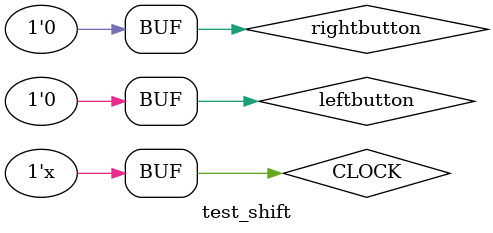
<source format=v>
`timescale 1ns / 1ps


module test_shift(
    );
          reg CLOCK;
          reg leftbutton;
          reg rightbutton;
          wire [6:0]left;
          Shifting_Oled SO(CLOCK,0,leftbutton,rightbutton,left);
          initial begin
              CLOCK = 0;
              leftbutton =0;
              rightbutton =0;
          end  
          always begin
               #5 CLOCK = ~CLOCK;          
          end
          
          always begin
              #5 leftbutton =1;rightbutton =0;
              #5 leftbutton =0;rightbutton =0;
          end

endmodule

</source>
